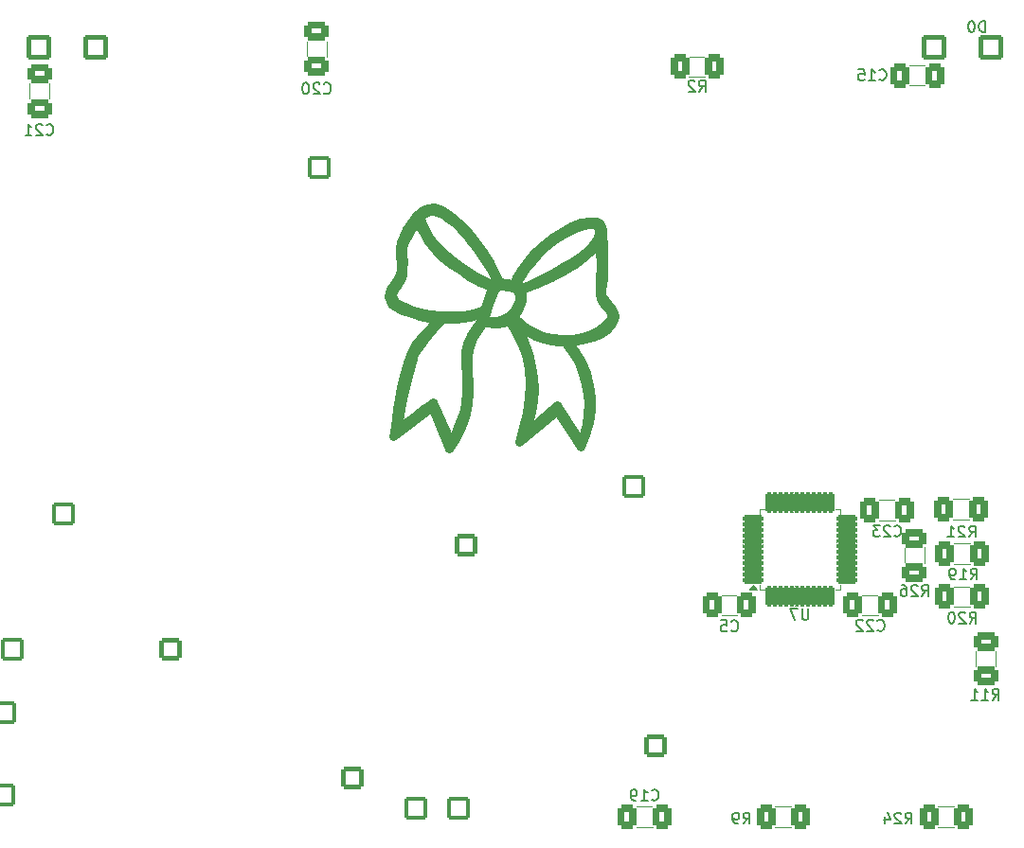
<source format=gbo>
G04 #@! TF.GenerationSoftware,KiCad,Pcbnew,8.0.6*
G04 #@! TF.CreationDate,2025-01-29T21:13:59-08:00*
G04 #@! TF.ProjectId,rezq_rev2,72657a71-5f72-4657-9632-2e6b69636164,rev?*
G04 #@! TF.SameCoordinates,Original*
G04 #@! TF.FileFunction,Legend,Bot*
G04 #@! TF.FilePolarity,Positive*
%FSLAX46Y46*%
G04 Gerber Fmt 4.6, Leading zero omitted, Abs format (unit mm)*
G04 Created by KiCad (PCBNEW 8.0.6) date 2025-01-29 21:13:59*
%MOMM*%
%LPD*%
G01*
G04 APERTURE LIST*
G04 Aperture macros list*
%AMRoundRect*
0 Rectangle with rounded corners*
0 $1 Rounding radius*
0 $2 $3 $4 $5 $6 $7 $8 $9 X,Y pos of 4 corners*
0 Add a 4 corners polygon primitive as box body*
4,1,4,$2,$3,$4,$5,$6,$7,$8,$9,$2,$3,0*
0 Add four circle primitives for the rounded corners*
1,1,$1+$1,$2,$3*
1,1,$1+$1,$4,$5*
1,1,$1+$1,$6,$7*
1,1,$1+$1,$8,$9*
0 Add four rect primitives between the rounded corners*
20,1,$1+$1,$2,$3,$4,$5,0*
20,1,$1+$1,$4,$5,$6,$7,0*
20,1,$1+$1,$6,$7,$8,$9,0*
20,1,$1+$1,$8,$9,$2,$3,0*%
G04 Aperture macros list end*
%ADD10C,0.800000*%
%ADD11C,0.150000*%
%ADD12C,0.120000*%
%ADD13RoundRect,0.200000X-0.850000X-0.850000X0.850000X-0.850000X0.850000X0.850000X-0.850000X0.850000X0*%
%ADD14C,2.600000*%
%ADD15C,2.584400*%
%ADD16C,3.400000*%
%ADD17RoundRect,0.200000X0.850000X0.850000X-0.850000X0.850000X-0.850000X-0.850000X0.850000X-0.850000X0*%
%ADD18O,2.100000X2.100000*%
%ADD19RoundRect,0.200000X1.272792X0.000000X0.000000X1.272792X-1.272792X0.000000X0.000000X-1.272792X0*%
%ADD20C,2.200000*%
%ADD21RoundRect,0.200000X0.000000X1.272792X-1.272792X0.000000X0.000000X-1.272792X1.272792X0.000000X0*%
%ADD22RoundRect,0.200000X0.900000X0.900000X-0.900000X0.900000X-0.900000X-0.900000X0.900000X-0.900000X0*%
%ADD23RoundRect,0.200000X-0.800000X0.800000X-0.800000X-0.800000X0.800000X-0.800000X0.800000X0.800000X0*%
%ADD24C,2.000000*%
%ADD25RoundRect,0.200000X0.800000X-0.800000X0.800000X0.800000X-0.800000X0.800000X-0.800000X-0.800000X0*%
%ADD26O,2.000000X2.000000*%
%ADD27RoundRect,0.325471X-0.774529X0.537029X-0.774529X-0.537029X0.774529X-0.537029X0.774529X0.537029X0*%
%ADD28RoundRect,0.326924X0.523076X0.748076X-0.523076X0.748076X-0.523076X-0.748076X0.523076X-0.748076X0*%
%ADD29RoundRect,0.326924X-0.523076X-0.748076X0.523076X-0.748076X0.523076X0.748076X-0.523076X0.748076X0*%
%ADD30RoundRect,0.175000X-0.762500X-0.175000X0.762500X-0.175000X0.762500X0.175000X-0.762500X0.175000X0*%
%ADD31RoundRect,0.175000X-0.175000X-0.762500X0.175000X-0.762500X0.175000X0.762500X-0.175000X0.762500X0*%
%ADD32RoundRect,0.325471X-0.537029X-0.774529X0.537029X-0.774529X0.537029X0.774529X-0.537029X0.774529X0*%
%ADD33RoundRect,0.326924X0.748076X-0.523076X0.748076X0.523076X-0.748076X0.523076X-0.748076X-0.523076X0*%
%ADD34RoundRect,0.325471X0.537029X0.774529X-0.537029X0.774529X-0.537029X-0.774529X0.537029X-0.774529X0*%
%ADD35RoundRect,0.326924X-0.748076X0.523076X-0.748076X-0.523076X0.748076X-0.523076X0.748076X0.523076X0*%
G04 APERTURE END LIST*
D10*
X198056306Y-142556293D02*
X198083946Y-142344155D01*
X198176319Y-142699308D02*
X198056306Y-142556293D01*
X198425334Y-142789708D02*
X198176319Y-142699308D01*
X198715357Y-142839808D02*
X198425334Y-142789708D01*
X199044088Y-142829966D02*
X198715357Y-142839808D01*
X199439083Y-142730160D02*
X199044088Y-142829966D01*
X199879881Y-142536144D02*
X199439083Y-142730160D01*
X200305158Y-142265600D02*
X199879881Y-142536144D01*
X200652385Y-141936922D02*
X200305158Y-142265600D01*
X200884916Y-141571217D02*
X200652385Y-141936922D01*
X201026759Y-141195959D02*
X200884916Y-141571217D01*
X201110208Y-140839453D02*
X201026759Y-141195959D01*
X201136657Y-140523913D02*
X201110208Y-140839453D01*
X201055033Y-140261149D02*
X201136657Y-140523913D01*
X200848175Y-140049563D02*
X201055033Y-140261149D01*
X200597589Y-139856201D02*
X200848175Y-140049563D01*
X200055997Y-139730531D02*
X200597589Y-139856201D01*
X199602134Y-139667167D02*
X200055997Y-139730531D01*
X199306826Y-139704652D02*
X199602134Y-139667167D01*
X199103795Y-139827116D02*
X199306826Y-139704652D01*
X198967990Y-140007751D02*
X199103795Y-139827116D01*
X198378627Y-141565354D02*
X198967990Y-140007751D01*
X198228427Y-141937193D02*
X198378627Y-141565354D01*
X198083946Y-142344155D02*
X198228427Y-141937193D01*
X204639486Y-144641534D02*
X205173224Y-144640436D01*
X204010952Y-144566486D02*
X204639486Y-144641534D01*
X203298070Y-144396235D02*
X204010952Y-144566486D01*
X202600105Y-144159082D02*
X203298070Y-144396235D01*
X201938459Y-143850446D02*
X202600105Y-144159082D01*
X201318876Y-143427115D02*
X201938459Y-143850446D01*
X200725603Y-142918776D02*
X201318876Y-143427115D01*
X201076677Y-143488536D02*
X200725603Y-142918776D01*
X201327393Y-144020067D02*
X201076677Y-143488536D01*
X201544521Y-144583709D02*
X201327393Y-144020067D01*
X201840522Y-145279550D02*
X201544521Y-144583709D01*
X202089259Y-146051083D02*
X201840522Y-145279550D01*
X202241829Y-146845738D02*
X202089259Y-146051083D01*
X202390445Y-147857646D02*
X202241829Y-146845738D01*
X202450302Y-148896072D02*
X202390445Y-147857646D01*
X202374810Y-149955879D02*
X202450302Y-148896072D01*
X202240399Y-150933540D02*
X202374810Y-149955879D01*
X202005969Y-151879284D02*
X202240399Y-150933540D01*
X201663961Y-152851011D02*
X202005969Y-151879284D01*
X204525819Y-150350270D02*
X201663961Y-152851011D01*
X206629331Y-153677996D02*
X204525819Y-150350270D01*
X206926425Y-152937741D02*
X206629331Y-153677996D01*
X207131246Y-152067013D02*
X206926425Y-152937741D01*
X207248592Y-151137205D02*
X207131246Y-152067013D01*
X207283382Y-150205137D02*
X207248592Y-151137205D01*
X207224093Y-149374000D02*
X207283382Y-150205137D01*
X207084392Y-148485108D02*
X207224093Y-149374000D01*
X206841716Y-147541882D02*
X207084392Y-148485108D01*
X206432156Y-146575883D02*
X206841716Y-147541882D01*
X205848195Y-145608179D02*
X206432156Y-146575883D01*
X205173224Y-144640436D02*
X205848195Y-145608179D01*
X201159541Y-153633963D02*
X204522198Y-150842739D01*
X201489741Y-152312386D02*
X201159541Y-153633963D01*
X201777443Y-150993568D02*
X201489741Y-152312386D01*
X201980152Y-149680267D02*
X201777443Y-150993568D01*
X202057223Y-148377325D02*
X201980152Y-149680267D01*
X201983609Y-147087675D02*
X202057223Y-148377325D01*
X201744090Y-145874315D02*
X201983609Y-147087675D01*
X201331069Y-144771384D02*
X201744090Y-145874315D01*
X200784310Y-143761671D02*
X201331069Y-144771384D01*
X200170524Y-142798735D02*
X200784310Y-143761671D01*
X199666793Y-142973639D02*
X200170524Y-142798735D01*
X199173195Y-143077790D02*
X199666793Y-142973639D01*
X198769436Y-143061051D02*
X199173195Y-143077790D01*
X198378755Y-142952982D02*
X198769436Y-143061051D01*
X197994687Y-142798735D02*
X198378755Y-142952982D01*
X197464449Y-143539371D02*
X197994687Y-142798735D01*
X197009376Y-144309048D02*
X197464449Y-143539371D01*
X196699216Y-145130397D02*
X197009376Y-144309048D01*
X196546064Y-145957810D02*
X196699216Y-145130397D01*
X196525667Y-146711336D02*
X196546064Y-145957810D01*
X196584070Y-147441168D02*
X196525667Y-146711336D01*
X196641269Y-148260050D02*
X196584070Y-147441168D01*
X196652795Y-149202626D02*
X196641269Y-148260050D01*
X196590046Y-150166691D02*
X196652795Y-149202626D01*
X196429637Y-151067222D02*
X196590046Y-150166691D01*
X196168379Y-151902639D02*
X196429637Y-151067222D01*
X195809109Y-152693239D02*
X196168379Y-151902639D01*
X195372090Y-153456191D02*
X195809109Y-152693239D01*
X194895769Y-154205394D02*
X195372090Y-153456191D01*
X193335319Y-150513065D02*
X194895769Y-154205394D01*
X189906728Y-153128465D02*
X193335319Y-150513065D01*
X189964240Y-152684183D02*
X189906728Y-153128465D01*
X190031996Y-152175226D02*
X189964240Y-152684183D01*
X190120239Y-151536921D02*
X190031996Y-152175226D01*
X190237964Y-150721265D02*
X190120239Y-151536921D01*
X190387561Y-149768562D02*
X190237964Y-150721265D01*
X190569241Y-148748230D02*
X190387561Y-149768562D01*
X190783213Y-147729711D02*
X190569241Y-148748230D01*
X191102575Y-146545592D02*
X190783213Y-147729711D01*
X191474858Y-145603084D02*
X191102575Y-146545592D01*
X191898959Y-144880607D02*
X191474858Y-145603084D01*
X192373062Y-144280417D02*
X191898959Y-144880607D01*
X192894087Y-143712140D02*
X192373062Y-144280417D01*
X193449349Y-143146378D02*
X192894087Y-143712140D01*
X194021741Y-142581798D02*
X193449349Y-143146378D01*
X193551417Y-142604324D02*
X194021741Y-142581798D01*
X192979075Y-142549362D02*
X193551417Y-142604324D01*
X192254234Y-142372184D02*
X192979075Y-142549362D01*
X191595542Y-142162896D02*
X192254234Y-142372184D01*
X190966795Y-141938389D02*
X191595542Y-142162896D01*
X190504426Y-141757119D02*
X190966795Y-141938389D01*
X190121839Y-141567258D02*
X190504426Y-141757119D01*
X189823376Y-141340402D02*
X190121839Y-141567258D01*
X189583775Y-140992333D02*
X189823376Y-141340402D01*
X189484000Y-140589000D02*
X189583775Y-140992333D01*
X189532160Y-140179700D02*
X189484000Y-140589000D01*
X189695389Y-139817356D02*
X189532160Y-140179700D01*
X189923306Y-139537226D02*
X189695389Y-139817356D01*
X190164038Y-139241523D02*
X189923306Y-139537226D01*
X190369071Y-138816224D02*
X190164038Y-139241523D01*
X190508801Y-138338474D02*
X190369071Y-138816224D01*
X190561093Y-137934875D02*
X190508801Y-138338474D01*
X190538749Y-137588028D02*
X190561093Y-137934875D01*
X190485781Y-137166024D02*
X190538749Y-137588028D01*
X190445819Y-136673730D02*
X190485781Y-137166024D01*
X190461368Y-136193955D02*
X190445819Y-136673730D01*
X190555539Y-135757975D02*
X190461368Y-136193955D01*
X190760944Y-135218069D02*
X190555539Y-135757975D01*
X191056765Y-134607305D02*
X190760944Y-135218069D01*
X191448521Y-133975761D02*
X191056765Y-134607305D01*
X191941024Y-133390651D02*
X191448521Y-133975761D01*
X192505257Y-132932725D02*
X191941024Y-133390651D01*
X192994613Y-132712407D02*
X192505257Y-132932725D01*
X193481221Y-132677491D02*
X192994613Y-132712407D01*
X193980613Y-132811311D02*
X193481221Y-132677491D01*
X194514077Y-133086915D02*
X193980613Y-132811311D01*
X195182989Y-133559071D02*
X194514077Y-133086915D01*
X195869800Y-134159610D02*
X195182989Y-133559071D01*
X196543612Y-134854742D02*
X195869800Y-134159610D01*
X197177849Y-135610730D02*
X196543612Y-134854742D01*
X197898140Y-136607820D02*
X197177849Y-135610730D01*
X198486771Y-137579927D02*
X197898140Y-136607820D01*
X198941366Y-138491108D02*
X198486771Y-137579927D01*
X199325269Y-139368311D02*
X198941366Y-138491108D01*
X200599676Y-139522334D02*
X199325269Y-139368311D01*
X200890764Y-138909895D02*
X200599676Y-139522334D01*
X201263295Y-138255262D02*
X200890764Y-138909895D01*
X201782108Y-137531626D02*
X201263295Y-138255262D01*
X202441502Y-136777528D02*
X201782108Y-137531626D01*
X203216991Y-136048789D02*
X202441502Y-136777528D01*
X204074913Y-135390096D02*
X203216991Y-136048789D01*
X204962526Y-134822979D02*
X204074913Y-135390096D01*
X205824919Y-134366137D02*
X204962526Y-134822979D01*
X206627467Y-134043522D02*
X205824919Y-134366137D01*
X207372576Y-133888675D02*
X206627467Y-134043522D01*
X207759474Y-133888506D02*
X207372576Y-133888675D01*
X208099262Y-133961270D02*
X207759474Y-133888506D01*
X208357765Y-134117849D02*
X208099262Y-133961270D01*
X208509450Y-134364078D02*
X208357765Y-134117849D01*
X208578220Y-134676910D02*
X208509450Y-134364078D01*
X208605521Y-135023050D02*
X208578220Y-134676910D01*
X208649221Y-136144170D02*
X208605521Y-135023050D01*
X208677056Y-137222719D02*
X208649221Y-136144170D01*
X208673161Y-138216127D02*
X208677056Y-137222719D01*
X208633761Y-138953650D02*
X208673161Y-138216127D01*
X208555405Y-139577326D02*
X208633761Y-138953650D01*
X208488506Y-140012241D02*
X208555405Y-139577326D01*
X208468404Y-140364084D02*
X208488506Y-140012241D01*
X208538397Y-140637604D02*
X208468404Y-140364084D01*
X208714870Y-140880624D02*
X208538397Y-140637604D01*
X208959812Y-141154199D02*
X208714870Y-140880624D01*
X209301392Y-141603108D02*
X208959812Y-141154199D01*
X209576001Y-142072275D02*
X209301392Y-141603108D01*
X209678577Y-142421259D02*
X209576001Y-142072275D01*
X209609804Y-142740408D02*
X209678577Y-142421259D01*
X209365112Y-143121555D02*
X209609804Y-142740408D01*
X208968038Y-143542675D02*
X209365112Y-143121555D01*
X208415843Y-143958137D02*
X208968038Y-143542675D01*
X207771234Y-144262991D02*
X208415843Y-143958137D01*
X207063147Y-144451139D02*
X207771234Y-144262991D01*
X206312817Y-144561031D02*
X207063147Y-144451139D01*
X205541366Y-144631795D02*
X206312817Y-144561031D01*
X206149148Y-145518031D02*
X205541366Y-144631795D01*
X206691617Y-146447768D02*
X206149148Y-145518031D01*
X207109719Y-147457723D02*
X206691617Y-146447768D01*
X207392216Y-148532787D02*
X207109719Y-147457723D01*
X207550502Y-149654730D02*
X207392216Y-148532787D01*
X207564375Y-150779428D02*
X207550502Y-149654730D01*
X207398174Y-151896239D02*
X207564375Y-150779428D01*
X207059775Y-153000917D02*
X207398174Y-151896239D01*
X206631697Y-154099056D02*
X207059775Y-153000917D01*
X204522198Y-150842739D02*
X206631697Y-154099056D01*
X201871168Y-139662330D02*
X201406278Y-139799265D01*
X202398264Y-139441350D02*
X201871168Y-139662330D01*
X202941979Y-139175334D02*
X202398264Y-139441350D01*
X203953523Y-138623581D02*
X202941979Y-139175334D01*
X205031264Y-138002092D02*
X203953523Y-138623581D01*
X205932238Y-137460287D02*
X205031264Y-138002092D01*
X206773769Y-136886883D02*
X205932238Y-137460287D01*
X207370535Y-136384002D02*
X206773769Y-136886883D01*
X207830126Y-135862329D02*
X207370535Y-136384002D01*
X208129760Y-135319821D02*
X207830126Y-135862329D01*
X208227752Y-134845823D02*
X208129760Y-135319821D01*
X208133957Y-134429986D02*
X208227752Y-134845823D01*
X208021508Y-134274629D02*
X208133957Y-134429986D01*
X207873696Y-134175300D02*
X208021508Y-134274629D01*
X207695533Y-134134100D02*
X207873696Y-134175300D01*
X207490589Y-134137679D02*
X207695533Y-134134100D01*
X206846127Y-134272415D02*
X207490589Y-134137679D01*
X206095818Y-134535278D02*
X206846127Y-134272415D01*
X205288848Y-134912821D02*
X206095818Y-134535278D01*
X204456203Y-135427357D02*
X205288848Y-134912821D01*
X203753295Y-135984931D02*
X204456203Y-135427357D01*
X203108492Y-136584265D02*
X203753295Y-135984931D01*
X202591632Y-137117013D02*
X203108492Y-136584265D01*
X202222170Y-137536640D02*
X202591632Y-137117013D01*
X201848264Y-138007311D02*
X202222170Y-137536640D01*
X201392193Y-138623730D02*
X201848264Y-138007311D01*
X201048820Y-139168969D02*
X201392193Y-138623730D01*
X200932876Y-139424744D02*
X201048820Y-139168969D01*
X200898728Y-139666631D02*
X200932876Y-139424744D01*
X200938756Y-139751267D02*
X200898728Y-139666631D01*
X201021345Y-139802976D02*
X200938756Y-139751267D01*
X201188488Y-139824700D02*
X201021345Y-139802976D01*
X201406278Y-139799265D02*
X201188488Y-139824700D01*
X198075067Y-139257509D02*
X198590074Y-139522334D01*
X197424634Y-138904996D02*
X198075067Y-139257509D01*
X196702631Y-138484214D02*
X197424634Y-138904996D01*
X195968442Y-138013306D02*
X196702631Y-138484214D01*
X195255479Y-137502986D02*
X195968442Y-138013306D01*
X194338793Y-136737631D02*
X195255479Y-137502986D01*
X193572304Y-135932842D02*
X194338793Y-136737631D01*
X193170777Y-135410302D02*
X193572304Y-135932842D01*
X192831795Y-134886484D02*
X193170777Y-135410302D01*
X192553459Y-134368572D02*
X192831795Y-134886484D01*
X192372070Y-133890843D02*
X192553459Y-134368572D01*
X192339073Y-133673214D02*
X192372070Y-133890843D01*
X192363885Y-133492201D02*
X192339073Y-133673214D01*
X192450905Y-133352163D02*
X192363885Y-133492201D01*
X192587609Y-133245351D02*
X192450905Y-133352163D01*
X192950040Y-133094119D02*
X192587609Y-133245351D01*
X193377856Y-133025337D02*
X192950040Y-133094119D01*
X193797452Y-133084506D02*
X193377856Y-133025337D01*
X194242375Y-133273752D02*
X193797452Y-133084506D01*
X194681402Y-133543066D02*
X194242375Y-133273752D01*
X195180074Y-133911124D02*
X194681402Y-133543066D01*
X195599811Y-134269102D02*
X195180074Y-133911124D01*
X196001187Y-134678137D02*
X195599811Y-134269102D01*
X196387538Y-135130362D02*
X196001187Y-134678137D01*
X196814252Y-135673994D02*
X196387538Y-135130362D01*
X197290881Y-136313350D02*
X196814252Y-135673994D01*
X197816644Y-137043291D02*
X197290881Y-136313350D01*
X198333059Y-137805857D02*
X197816644Y-137043291D01*
X198761623Y-138524765D02*
X198333059Y-137805857D01*
X198917094Y-138840991D02*
X198761623Y-138524765D01*
X199022276Y-139118570D02*
X198917094Y-138840991D01*
X199071357Y-139372000D02*
X199022276Y-139118570D01*
X199038068Y-139585271D02*
X199071357Y-139372000D01*
X198983681Y-139639531D02*
X199038068Y-139585271D01*
X198907155Y-139650009D02*
X198983681Y-139639531D01*
X198769822Y-139608465D02*
X198907155Y-139650009D01*
X198590074Y-139522334D02*
X198769822Y-139608465D01*
X200951837Y-141934807D02*
X200589310Y-142448098D01*
X201231973Y-141415356D02*
X200951837Y-141934807D01*
X201346541Y-140965405D02*
X201231973Y-141415356D01*
X201351455Y-140507255D02*
X201346541Y-140965405D01*
X201300702Y-140044942D02*
X201351455Y-140507255D01*
X208368737Y-138701596D02*
X208382408Y-138376379D01*
X208336959Y-139157440D02*
X208368737Y-138701596D01*
X208296996Y-139779228D02*
X208336959Y-139157440D01*
X208309946Y-140428236D02*
X208296996Y-139779228D01*
X208393739Y-140836892D02*
X208309946Y-140428236D01*
X208552976Y-141141513D02*
X208393739Y-140836892D01*
X208757116Y-141381404D02*
X208552976Y-141141513D01*
X209026095Y-141665810D02*
X208757116Y-141381404D01*
X209243029Y-141960685D02*
X209026095Y-141665810D01*
X209351542Y-142258085D02*
X209243029Y-141960685D01*
X209369361Y-142457297D02*
X209351542Y-142258085D01*
X209334606Y-142610658D02*
X209369361Y-142457297D01*
X209175386Y-142831261D02*
X209334606Y-142610658D01*
X208872560Y-143140892D02*
X209175386Y-142831261D01*
X208287361Y-143603073D02*
X208872560Y-143140892D01*
X207548772Y-144007739D02*
X208287361Y-143603073D01*
X206713060Y-144272876D02*
X207548772Y-144007739D01*
X205830981Y-144406080D02*
X206713060Y-144272876D01*
X204952587Y-144426379D02*
X205830981Y-144406080D01*
X204127749Y-144352754D02*
X204952587Y-144426379D01*
X203248111Y-144159152D02*
X204127749Y-144352754D01*
X202476496Y-143857381D02*
X203248111Y-144159152D01*
X201794108Y-143453722D02*
X202476496Y-143857381D01*
X201175654Y-142970885D02*
X201794108Y-143453722D01*
X200589310Y-142448098D02*
X201175654Y-142970885D01*
X208382408Y-138376379D02*
X208332699Y-135842800D01*
X202667560Y-139477698D02*
X201300702Y-140044942D01*
X203967435Y-138901007D02*
X202667560Y-139477698D01*
X205133708Y-138305470D02*
X203967435Y-138901007D01*
X206091041Y-137714605D02*
X205133708Y-138305470D01*
X206919440Y-137104061D02*
X206091041Y-137714605D01*
X207651151Y-136477635D02*
X206919440Y-137104061D01*
X208332699Y-135842800D02*
X207651151Y-136477635D01*
X192160779Y-134106001D02*
X192049850Y-133785541D01*
X192342333Y-134517602D02*
X192160779Y-134106001D01*
X192633062Y-135058889D02*
X192342333Y-134517602D01*
X193003278Y-135656508D02*
X192633062Y-135058889D01*
X193414565Y-136222808D02*
X193003278Y-135656508D01*
X193837634Y-136697065D02*
X193414565Y-136222808D01*
X194269495Y-137096172D02*
X193837634Y-136697065D01*
X195063436Y-137712221D02*
X194269495Y-137096172D01*
X195853736Y-138275293D02*
X195063436Y-137712221D01*
X196642401Y-138809581D02*
X195853736Y-138275293D01*
X197591635Y-139314098D02*
X196642401Y-138809581D01*
X198681945Y-139799265D02*
X197591635Y-139314098D01*
X197815913Y-141852975D02*
X198095901Y-141633051D01*
X197296702Y-142060716D02*
X197815913Y-141852975D01*
X196616524Y-142225613D02*
X197296702Y-142060716D01*
X196018753Y-142309077D02*
X196616524Y-142225613D01*
X195516308Y-142321970D02*
X196018753Y-142309077D01*
X194919842Y-142317161D02*
X195516308Y-142321970D01*
X194215001Y-142300170D02*
X194919842Y-142317161D01*
X193091165Y-142205107D02*
X194215001Y-142300170D01*
X191999480Y-141977035D02*
X193091165Y-142205107D01*
X191406859Y-141780977D02*
X191999480Y-141977035D01*
X190862576Y-141558310D02*
X191406859Y-141780977D01*
X190467104Y-141368445D02*
X190862576Y-141558310D01*
X190150612Y-141178643D02*
X190467104Y-141368445D01*
X189918685Y-140961424D02*
X190150612Y-141178643D01*
X189767522Y-140647523D02*
X189918685Y-140961424D01*
X189792997Y-140323627D02*
X189767522Y-140647523D01*
X189960245Y-140017437D02*
X189792997Y-140323627D01*
X190180980Y-139716211D02*
X189960245Y-140017437D01*
X190473638Y-139248828D02*
X190180980Y-139716211D01*
X190679907Y-138712307D02*
X190473638Y-139248828D01*
X190754443Y-138143863D02*
X190679907Y-138712307D01*
X190760295Y-137557389D02*
X190754443Y-138143863D01*
X190749739Y-136921325D02*
X190760295Y-137557389D01*
X190748309Y-136360132D02*
X190749739Y-136921325D01*
X190830354Y-135849773D02*
X190748309Y-136360132D01*
X191098716Y-135248749D02*
X190830354Y-135849773D01*
X191532753Y-134543356D02*
X191098716Y-135248749D01*
X192049850Y-133785541D02*
X191532753Y-134543356D01*
X198095901Y-141633051D02*
X198681945Y-139799265D01*
X194970301Y-142645251D02*
X194322238Y-142617894D01*
X195569821Y-142643763D02*
X194970301Y-142645251D01*
X196089985Y-142591074D02*
X195569821Y-142643763D01*
X196724082Y-142465319D02*
X196089985Y-142591074D01*
X197332473Y-142295880D02*
X196724082Y-142465319D01*
X197816776Y-142095963D02*
X197332473Y-142295880D01*
X190312234Y-152124398D02*
X190265309Y-152470197D01*
X190369851Y-151737941D02*
X190312234Y-152124398D01*
X190448851Y-151270167D02*
X190369851Y-151737941D01*
X190559828Y-150680853D02*
X190448851Y-151270167D01*
X190750609Y-149750990D02*
X190559828Y-150680853D01*
X190978082Y-148715668D02*
X190750609Y-149750990D01*
X191220149Y-147686446D02*
X190978082Y-148715668D01*
X191454716Y-146774883D02*
X191220149Y-147686446D01*
X191622121Y-146205308D02*
X191454716Y-146774883D01*
X191768712Y-145808616D02*
X191622121Y-146205308D01*
X191923943Y-145508361D02*
X191768712Y-145808616D01*
X192123759Y-145206826D02*
X191923943Y-145508361D01*
X192393224Y-144830065D02*
X192123759Y-145206826D01*
X192806943Y-144276957D02*
X192393224Y-144830065D01*
X193244763Y-143725179D02*
X192806943Y-144276957D01*
X193648602Y-143262703D02*
X193244763Y-143725179D01*
X193999311Y-142911459D02*
X193648602Y-143262703D01*
X194322238Y-142617894D02*
X193999311Y-142911459D01*
X193258261Y-150222569D02*
X193409182Y-150123912D01*
X193007972Y-150399861D02*
X193258261Y-150222569D01*
X192611542Y-150692804D02*
X193007972Y-150399861D01*
X192120697Y-151061408D02*
X192611542Y-150692804D01*
X191547812Y-151494936D02*
X192120697Y-151061408D01*
X190920234Y-151971746D02*
X191547812Y-151494936D01*
X190265309Y-152470197D02*
X190920234Y-151971746D01*
X193409182Y-150123912D02*
X195019654Y-153613017D01*
X197279131Y-143341827D02*
X197822609Y-142617894D01*
X196809607Y-144069524D02*
X197279131Y-143341827D01*
X196487466Y-144804552D02*
X196809607Y-144069524D01*
X196338635Y-145532747D02*
X196487466Y-144804552D01*
X196304535Y-146208401D02*
X196338635Y-145532747D01*
X196323808Y-146817577D02*
X196304535Y-146208401D01*
X196356914Y-147475137D02*
X196323808Y-146817577D01*
X196375541Y-148366666D02*
X196356914Y-147475137D01*
X196363692Y-149281371D02*
X196375541Y-148366666D01*
X196311990Y-150046416D02*
X196363692Y-149281371D01*
X196185186Y-150730759D02*
X196311990Y-150046416D01*
X195950726Y-151481621D02*
X196185186Y-150730759D01*
X195648904Y-152252437D02*
X195950726Y-151481621D01*
X195334043Y-152957746D02*
X195648904Y-152252437D01*
X195019654Y-153613017D02*
X195334043Y-152957746D01*
X197822609Y-142617894D02*
X197816776Y-142095963D01*
D11*
X242791694Y-116984019D02*
X242791694Y-115984019D01*
X242791694Y-115984019D02*
X242553599Y-115984019D01*
X242553599Y-115984019D02*
X242410742Y-116031638D01*
X242410742Y-116031638D02*
X242315504Y-116126876D01*
X242315504Y-116126876D02*
X242267885Y-116222114D01*
X242267885Y-116222114D02*
X242220266Y-116412590D01*
X242220266Y-116412590D02*
X242220266Y-116555447D01*
X242220266Y-116555447D02*
X242267885Y-116745923D01*
X242267885Y-116745923D02*
X242315504Y-116841161D01*
X242315504Y-116841161D02*
X242410742Y-116936400D01*
X242410742Y-116936400D02*
X242553599Y-116984019D01*
X242553599Y-116984019D02*
X242791694Y-116984019D01*
X241601218Y-115984019D02*
X241505980Y-115984019D01*
X241505980Y-115984019D02*
X241410742Y-116031638D01*
X241410742Y-116031638D02*
X241363123Y-116079257D01*
X241363123Y-116079257D02*
X241315504Y-116174495D01*
X241315504Y-116174495D02*
X241267885Y-116364971D01*
X241267885Y-116364971D02*
X241267885Y-116603066D01*
X241267885Y-116603066D02*
X241315504Y-116793542D01*
X241315504Y-116793542D02*
X241363123Y-116888780D01*
X241363123Y-116888780D02*
X241410742Y-116936400D01*
X241410742Y-116936400D02*
X241505980Y-116984019D01*
X241505980Y-116984019D02*
X241601218Y-116984019D01*
X241601218Y-116984019D02*
X241696456Y-116936400D01*
X241696456Y-116936400D02*
X241744075Y-116888780D01*
X241744075Y-116888780D02*
X241791694Y-116793542D01*
X241791694Y-116793542D02*
X241839313Y-116603066D01*
X241839313Y-116603066D02*
X241839313Y-116364971D01*
X241839313Y-116364971D02*
X241791694Y-116174495D01*
X241791694Y-116174495D02*
X241744075Y-116079257D01*
X241744075Y-116079257D02*
X241696456Y-116031638D01*
X241696456Y-116031638D02*
X241601218Y-115984019D01*
X158892857Y-126109580D02*
X158940476Y-126157200D01*
X158940476Y-126157200D02*
X159083333Y-126204819D01*
X159083333Y-126204819D02*
X159178571Y-126204819D01*
X159178571Y-126204819D02*
X159321428Y-126157200D01*
X159321428Y-126157200D02*
X159416666Y-126061961D01*
X159416666Y-126061961D02*
X159464285Y-125966723D01*
X159464285Y-125966723D02*
X159511904Y-125776247D01*
X159511904Y-125776247D02*
X159511904Y-125633390D01*
X159511904Y-125633390D02*
X159464285Y-125442914D01*
X159464285Y-125442914D02*
X159416666Y-125347676D01*
X159416666Y-125347676D02*
X159321428Y-125252438D01*
X159321428Y-125252438D02*
X159178571Y-125204819D01*
X159178571Y-125204819D02*
X159083333Y-125204819D01*
X159083333Y-125204819D02*
X158940476Y-125252438D01*
X158940476Y-125252438D02*
X158892857Y-125300057D01*
X158511904Y-125300057D02*
X158464285Y-125252438D01*
X158464285Y-125252438D02*
X158369047Y-125204819D01*
X158369047Y-125204819D02*
X158130952Y-125204819D01*
X158130952Y-125204819D02*
X158035714Y-125252438D01*
X158035714Y-125252438D02*
X157988095Y-125300057D01*
X157988095Y-125300057D02*
X157940476Y-125395295D01*
X157940476Y-125395295D02*
X157940476Y-125490533D01*
X157940476Y-125490533D02*
X157988095Y-125633390D01*
X157988095Y-125633390D02*
X158559523Y-126204819D01*
X158559523Y-126204819D02*
X157940476Y-126204819D01*
X156988095Y-126204819D02*
X157559523Y-126204819D01*
X157273809Y-126204819D02*
X157273809Y-125204819D01*
X157273809Y-125204819D02*
X157369047Y-125347676D01*
X157369047Y-125347676D02*
X157464285Y-125442914D01*
X157464285Y-125442914D02*
X157559523Y-125490533D01*
X241485657Y-165955619D02*
X241818990Y-165479428D01*
X242057085Y-165955619D02*
X242057085Y-164955619D01*
X242057085Y-164955619D02*
X241676133Y-164955619D01*
X241676133Y-164955619D02*
X241580895Y-165003238D01*
X241580895Y-165003238D02*
X241533276Y-165050857D01*
X241533276Y-165050857D02*
X241485657Y-165146095D01*
X241485657Y-165146095D02*
X241485657Y-165288952D01*
X241485657Y-165288952D02*
X241533276Y-165384190D01*
X241533276Y-165384190D02*
X241580895Y-165431809D01*
X241580895Y-165431809D02*
X241676133Y-165479428D01*
X241676133Y-165479428D02*
X242057085Y-165479428D01*
X240533276Y-165955619D02*
X241104704Y-165955619D01*
X240818990Y-165955619D02*
X240818990Y-164955619D01*
X240818990Y-164955619D02*
X240914228Y-165098476D01*
X240914228Y-165098476D02*
X241009466Y-165193714D01*
X241009466Y-165193714D02*
X241104704Y-165241333D01*
X240057085Y-165955619D02*
X239866609Y-165955619D01*
X239866609Y-165955619D02*
X239771371Y-165908000D01*
X239771371Y-165908000D02*
X239723752Y-165860380D01*
X239723752Y-165860380D02*
X239628514Y-165717523D01*
X239628514Y-165717523D02*
X239580895Y-165527047D01*
X239580895Y-165527047D02*
X239580895Y-165146095D01*
X239580895Y-165146095D02*
X239628514Y-165050857D01*
X239628514Y-165050857D02*
X239676133Y-165003238D01*
X239676133Y-165003238D02*
X239771371Y-164955619D01*
X239771371Y-164955619D02*
X239961847Y-164955619D01*
X239961847Y-164955619D02*
X240057085Y-165003238D01*
X240057085Y-165003238D02*
X240104704Y-165050857D01*
X240104704Y-165050857D02*
X240152323Y-165146095D01*
X240152323Y-165146095D02*
X240152323Y-165384190D01*
X240152323Y-165384190D02*
X240104704Y-165479428D01*
X240104704Y-165479428D02*
X240057085Y-165527047D01*
X240057085Y-165527047D02*
X239961847Y-165574666D01*
X239961847Y-165574666D02*
X239771371Y-165574666D01*
X239771371Y-165574666D02*
X239676133Y-165527047D01*
X239676133Y-165527047D02*
X239628514Y-165479428D01*
X239628514Y-165479428D02*
X239580895Y-165384190D01*
X241393057Y-169867219D02*
X241726390Y-169391028D01*
X241964485Y-169867219D02*
X241964485Y-168867219D01*
X241964485Y-168867219D02*
X241583533Y-168867219D01*
X241583533Y-168867219D02*
X241488295Y-168914838D01*
X241488295Y-168914838D02*
X241440676Y-168962457D01*
X241440676Y-168962457D02*
X241393057Y-169057695D01*
X241393057Y-169057695D02*
X241393057Y-169200552D01*
X241393057Y-169200552D02*
X241440676Y-169295790D01*
X241440676Y-169295790D02*
X241488295Y-169343409D01*
X241488295Y-169343409D02*
X241583533Y-169391028D01*
X241583533Y-169391028D02*
X241964485Y-169391028D01*
X241012104Y-168962457D02*
X240964485Y-168914838D01*
X240964485Y-168914838D02*
X240869247Y-168867219D01*
X240869247Y-168867219D02*
X240631152Y-168867219D01*
X240631152Y-168867219D02*
X240535914Y-168914838D01*
X240535914Y-168914838D02*
X240488295Y-168962457D01*
X240488295Y-168962457D02*
X240440676Y-169057695D01*
X240440676Y-169057695D02*
X240440676Y-169152933D01*
X240440676Y-169152933D02*
X240488295Y-169295790D01*
X240488295Y-169295790D02*
X241059723Y-169867219D01*
X241059723Y-169867219D02*
X240440676Y-169867219D01*
X239821628Y-168867219D02*
X239726390Y-168867219D01*
X239726390Y-168867219D02*
X239631152Y-168914838D01*
X239631152Y-168914838D02*
X239583533Y-168962457D01*
X239583533Y-168962457D02*
X239535914Y-169057695D01*
X239535914Y-169057695D02*
X239488295Y-169248171D01*
X239488295Y-169248171D02*
X239488295Y-169486266D01*
X239488295Y-169486266D02*
X239535914Y-169676742D01*
X239535914Y-169676742D02*
X239583533Y-169771980D01*
X239583533Y-169771980D02*
X239631152Y-169819600D01*
X239631152Y-169819600D02*
X239726390Y-169867219D01*
X239726390Y-169867219D02*
X239821628Y-169867219D01*
X239821628Y-169867219D02*
X239916866Y-169819600D01*
X239916866Y-169819600D02*
X239964485Y-169771980D01*
X239964485Y-169771980D02*
X240012104Y-169676742D01*
X240012104Y-169676742D02*
X240059723Y-169486266D01*
X240059723Y-169486266D02*
X240059723Y-169248171D01*
X240059723Y-169248171D02*
X240012104Y-169057695D01*
X240012104Y-169057695D02*
X239964485Y-168962457D01*
X239964485Y-168962457D02*
X239916866Y-168914838D01*
X239916866Y-168914838D02*
X239821628Y-168867219D01*
X221166666Y-187804819D02*
X221499999Y-187328628D01*
X221738094Y-187804819D02*
X221738094Y-186804819D01*
X221738094Y-186804819D02*
X221357142Y-186804819D01*
X221357142Y-186804819D02*
X221261904Y-186852438D01*
X221261904Y-186852438D02*
X221214285Y-186900057D01*
X221214285Y-186900057D02*
X221166666Y-186995295D01*
X221166666Y-186995295D02*
X221166666Y-187138152D01*
X221166666Y-187138152D02*
X221214285Y-187233390D01*
X221214285Y-187233390D02*
X221261904Y-187281009D01*
X221261904Y-187281009D02*
X221357142Y-187328628D01*
X221357142Y-187328628D02*
X221738094Y-187328628D01*
X220690475Y-187804819D02*
X220499999Y-187804819D01*
X220499999Y-187804819D02*
X220404761Y-187757200D01*
X220404761Y-187757200D02*
X220357142Y-187709580D01*
X220357142Y-187709580D02*
X220261904Y-187566723D01*
X220261904Y-187566723D02*
X220214285Y-187376247D01*
X220214285Y-187376247D02*
X220214285Y-186995295D01*
X220214285Y-186995295D02*
X220261904Y-186900057D01*
X220261904Y-186900057D02*
X220309523Y-186852438D01*
X220309523Y-186852438D02*
X220404761Y-186804819D01*
X220404761Y-186804819D02*
X220595237Y-186804819D01*
X220595237Y-186804819D02*
X220690475Y-186852438D01*
X220690475Y-186852438D02*
X220738094Y-186900057D01*
X220738094Y-186900057D02*
X220785713Y-186995295D01*
X220785713Y-186995295D02*
X220785713Y-187233390D01*
X220785713Y-187233390D02*
X220738094Y-187328628D01*
X220738094Y-187328628D02*
X220690475Y-187376247D01*
X220690475Y-187376247D02*
X220595237Y-187423866D01*
X220595237Y-187423866D02*
X220404761Y-187423866D01*
X220404761Y-187423866D02*
X220309523Y-187376247D01*
X220309523Y-187376247D02*
X220261904Y-187328628D01*
X220261904Y-187328628D02*
X220214285Y-187233390D01*
X226986904Y-168554819D02*
X226986904Y-169364342D01*
X226986904Y-169364342D02*
X226939285Y-169459580D01*
X226939285Y-169459580D02*
X226891666Y-169507200D01*
X226891666Y-169507200D02*
X226796428Y-169554819D01*
X226796428Y-169554819D02*
X226605952Y-169554819D01*
X226605952Y-169554819D02*
X226510714Y-169507200D01*
X226510714Y-169507200D02*
X226463095Y-169459580D01*
X226463095Y-169459580D02*
X226415476Y-169364342D01*
X226415476Y-169364342D02*
X226415476Y-168554819D01*
X226034523Y-168554819D02*
X225367857Y-168554819D01*
X225367857Y-168554819D02*
X225796428Y-169554819D01*
X235642857Y-187804819D02*
X235976190Y-187328628D01*
X236214285Y-187804819D02*
X236214285Y-186804819D01*
X236214285Y-186804819D02*
X235833333Y-186804819D01*
X235833333Y-186804819D02*
X235738095Y-186852438D01*
X235738095Y-186852438D02*
X235690476Y-186900057D01*
X235690476Y-186900057D02*
X235642857Y-186995295D01*
X235642857Y-186995295D02*
X235642857Y-187138152D01*
X235642857Y-187138152D02*
X235690476Y-187233390D01*
X235690476Y-187233390D02*
X235738095Y-187281009D01*
X235738095Y-187281009D02*
X235833333Y-187328628D01*
X235833333Y-187328628D02*
X236214285Y-187328628D01*
X235261904Y-186900057D02*
X235214285Y-186852438D01*
X235214285Y-186852438D02*
X235119047Y-186804819D01*
X235119047Y-186804819D02*
X234880952Y-186804819D01*
X234880952Y-186804819D02*
X234785714Y-186852438D01*
X234785714Y-186852438D02*
X234738095Y-186900057D01*
X234738095Y-186900057D02*
X234690476Y-186995295D01*
X234690476Y-186995295D02*
X234690476Y-187090533D01*
X234690476Y-187090533D02*
X234738095Y-187233390D01*
X234738095Y-187233390D02*
X235309523Y-187804819D01*
X235309523Y-187804819D02*
X234690476Y-187804819D01*
X233833333Y-187138152D02*
X233833333Y-187804819D01*
X234071428Y-186757200D02*
X234309523Y-187471485D01*
X234309523Y-187471485D02*
X233690476Y-187471485D01*
X233167857Y-170459580D02*
X233215476Y-170507200D01*
X233215476Y-170507200D02*
X233358333Y-170554819D01*
X233358333Y-170554819D02*
X233453571Y-170554819D01*
X233453571Y-170554819D02*
X233596428Y-170507200D01*
X233596428Y-170507200D02*
X233691666Y-170411961D01*
X233691666Y-170411961D02*
X233739285Y-170316723D01*
X233739285Y-170316723D02*
X233786904Y-170126247D01*
X233786904Y-170126247D02*
X233786904Y-169983390D01*
X233786904Y-169983390D02*
X233739285Y-169792914D01*
X233739285Y-169792914D02*
X233691666Y-169697676D01*
X233691666Y-169697676D02*
X233596428Y-169602438D01*
X233596428Y-169602438D02*
X233453571Y-169554819D01*
X233453571Y-169554819D02*
X233358333Y-169554819D01*
X233358333Y-169554819D02*
X233215476Y-169602438D01*
X233215476Y-169602438D02*
X233167857Y-169650057D01*
X232786904Y-169650057D02*
X232739285Y-169602438D01*
X232739285Y-169602438D02*
X232644047Y-169554819D01*
X232644047Y-169554819D02*
X232405952Y-169554819D01*
X232405952Y-169554819D02*
X232310714Y-169602438D01*
X232310714Y-169602438D02*
X232263095Y-169650057D01*
X232263095Y-169650057D02*
X232215476Y-169745295D01*
X232215476Y-169745295D02*
X232215476Y-169840533D01*
X232215476Y-169840533D02*
X232263095Y-169983390D01*
X232263095Y-169983390D02*
X232834523Y-170554819D01*
X232834523Y-170554819D02*
X232215476Y-170554819D01*
X231834523Y-169650057D02*
X231786904Y-169602438D01*
X231786904Y-169602438D02*
X231691666Y-169554819D01*
X231691666Y-169554819D02*
X231453571Y-169554819D01*
X231453571Y-169554819D02*
X231358333Y-169602438D01*
X231358333Y-169602438D02*
X231310714Y-169650057D01*
X231310714Y-169650057D02*
X231263095Y-169745295D01*
X231263095Y-169745295D02*
X231263095Y-169840533D01*
X231263095Y-169840533D02*
X231310714Y-169983390D01*
X231310714Y-169983390D02*
X231882142Y-170554819D01*
X231882142Y-170554819D02*
X231263095Y-170554819D01*
X243441457Y-176728619D02*
X243774790Y-176252428D01*
X244012885Y-176728619D02*
X244012885Y-175728619D01*
X244012885Y-175728619D02*
X243631933Y-175728619D01*
X243631933Y-175728619D02*
X243536695Y-175776238D01*
X243536695Y-175776238D02*
X243489076Y-175823857D01*
X243489076Y-175823857D02*
X243441457Y-175919095D01*
X243441457Y-175919095D02*
X243441457Y-176061952D01*
X243441457Y-176061952D02*
X243489076Y-176157190D01*
X243489076Y-176157190D02*
X243536695Y-176204809D01*
X243536695Y-176204809D02*
X243631933Y-176252428D01*
X243631933Y-176252428D02*
X244012885Y-176252428D01*
X242489076Y-176728619D02*
X243060504Y-176728619D01*
X242774790Y-176728619D02*
X242774790Y-175728619D01*
X242774790Y-175728619D02*
X242870028Y-175871476D01*
X242870028Y-175871476D02*
X242965266Y-175966714D01*
X242965266Y-175966714D02*
X243060504Y-176014333D01*
X241536695Y-176728619D02*
X242108123Y-176728619D01*
X241822409Y-176728619D02*
X241822409Y-175728619D01*
X241822409Y-175728619D02*
X241917647Y-175871476D01*
X241917647Y-175871476D02*
X242012885Y-175966714D01*
X242012885Y-175966714D02*
X242108123Y-176014333D01*
X241342257Y-162145619D02*
X241675590Y-161669428D01*
X241913685Y-162145619D02*
X241913685Y-161145619D01*
X241913685Y-161145619D02*
X241532733Y-161145619D01*
X241532733Y-161145619D02*
X241437495Y-161193238D01*
X241437495Y-161193238D02*
X241389876Y-161240857D01*
X241389876Y-161240857D02*
X241342257Y-161336095D01*
X241342257Y-161336095D02*
X241342257Y-161478952D01*
X241342257Y-161478952D02*
X241389876Y-161574190D01*
X241389876Y-161574190D02*
X241437495Y-161621809D01*
X241437495Y-161621809D02*
X241532733Y-161669428D01*
X241532733Y-161669428D02*
X241913685Y-161669428D01*
X240961304Y-161240857D02*
X240913685Y-161193238D01*
X240913685Y-161193238D02*
X240818447Y-161145619D01*
X240818447Y-161145619D02*
X240580352Y-161145619D01*
X240580352Y-161145619D02*
X240485114Y-161193238D01*
X240485114Y-161193238D02*
X240437495Y-161240857D01*
X240437495Y-161240857D02*
X240389876Y-161336095D01*
X240389876Y-161336095D02*
X240389876Y-161431333D01*
X240389876Y-161431333D02*
X240437495Y-161574190D01*
X240437495Y-161574190D02*
X241008923Y-162145619D01*
X241008923Y-162145619D02*
X240389876Y-162145619D01*
X239437495Y-162145619D02*
X240008923Y-162145619D01*
X239723209Y-162145619D02*
X239723209Y-161145619D01*
X239723209Y-161145619D02*
X239818447Y-161288476D01*
X239818447Y-161288476D02*
X239913685Y-161383714D01*
X239913685Y-161383714D02*
X240008923Y-161431333D01*
X234667857Y-162009580D02*
X234715476Y-162057200D01*
X234715476Y-162057200D02*
X234858333Y-162104819D01*
X234858333Y-162104819D02*
X234953571Y-162104819D01*
X234953571Y-162104819D02*
X235096428Y-162057200D01*
X235096428Y-162057200D02*
X235191666Y-161961961D01*
X235191666Y-161961961D02*
X235239285Y-161866723D01*
X235239285Y-161866723D02*
X235286904Y-161676247D01*
X235286904Y-161676247D02*
X235286904Y-161533390D01*
X235286904Y-161533390D02*
X235239285Y-161342914D01*
X235239285Y-161342914D02*
X235191666Y-161247676D01*
X235191666Y-161247676D02*
X235096428Y-161152438D01*
X235096428Y-161152438D02*
X234953571Y-161104819D01*
X234953571Y-161104819D02*
X234858333Y-161104819D01*
X234858333Y-161104819D02*
X234715476Y-161152438D01*
X234715476Y-161152438D02*
X234667857Y-161200057D01*
X234286904Y-161200057D02*
X234239285Y-161152438D01*
X234239285Y-161152438D02*
X234144047Y-161104819D01*
X234144047Y-161104819D02*
X233905952Y-161104819D01*
X233905952Y-161104819D02*
X233810714Y-161152438D01*
X233810714Y-161152438D02*
X233763095Y-161200057D01*
X233763095Y-161200057D02*
X233715476Y-161295295D01*
X233715476Y-161295295D02*
X233715476Y-161390533D01*
X233715476Y-161390533D02*
X233763095Y-161533390D01*
X233763095Y-161533390D02*
X234334523Y-162104819D01*
X234334523Y-162104819D02*
X233715476Y-162104819D01*
X233382142Y-161104819D02*
X232763095Y-161104819D01*
X232763095Y-161104819D02*
X233096428Y-161485771D01*
X233096428Y-161485771D02*
X232953571Y-161485771D01*
X232953571Y-161485771D02*
X232858333Y-161533390D01*
X232858333Y-161533390D02*
X232810714Y-161581009D01*
X232810714Y-161581009D02*
X232763095Y-161676247D01*
X232763095Y-161676247D02*
X232763095Y-161914342D01*
X232763095Y-161914342D02*
X232810714Y-162009580D01*
X232810714Y-162009580D02*
X232858333Y-162057200D01*
X232858333Y-162057200D02*
X232953571Y-162104819D01*
X232953571Y-162104819D02*
X233239285Y-162104819D01*
X233239285Y-162104819D02*
X233334523Y-162057200D01*
X233334523Y-162057200D02*
X233382142Y-162009580D01*
X220091666Y-170509580D02*
X220139285Y-170557200D01*
X220139285Y-170557200D02*
X220282142Y-170604819D01*
X220282142Y-170604819D02*
X220377380Y-170604819D01*
X220377380Y-170604819D02*
X220520237Y-170557200D01*
X220520237Y-170557200D02*
X220615475Y-170461961D01*
X220615475Y-170461961D02*
X220663094Y-170366723D01*
X220663094Y-170366723D02*
X220710713Y-170176247D01*
X220710713Y-170176247D02*
X220710713Y-170033390D01*
X220710713Y-170033390D02*
X220663094Y-169842914D01*
X220663094Y-169842914D02*
X220615475Y-169747676D01*
X220615475Y-169747676D02*
X220520237Y-169652438D01*
X220520237Y-169652438D02*
X220377380Y-169604819D01*
X220377380Y-169604819D02*
X220282142Y-169604819D01*
X220282142Y-169604819D02*
X220139285Y-169652438D01*
X220139285Y-169652438D02*
X220091666Y-169700057D01*
X219186904Y-169604819D02*
X219663094Y-169604819D01*
X219663094Y-169604819D02*
X219710713Y-170081009D01*
X219710713Y-170081009D02*
X219663094Y-170033390D01*
X219663094Y-170033390D02*
X219567856Y-169985771D01*
X219567856Y-169985771D02*
X219329761Y-169985771D01*
X219329761Y-169985771D02*
X219234523Y-170033390D01*
X219234523Y-170033390D02*
X219186904Y-170081009D01*
X219186904Y-170081009D02*
X219139285Y-170176247D01*
X219139285Y-170176247D02*
X219139285Y-170414342D01*
X219139285Y-170414342D02*
X219186904Y-170509580D01*
X219186904Y-170509580D02*
X219234523Y-170557200D01*
X219234523Y-170557200D02*
X219329761Y-170604819D01*
X219329761Y-170604819D02*
X219567856Y-170604819D01*
X219567856Y-170604819D02*
X219663094Y-170557200D01*
X219663094Y-170557200D02*
X219710713Y-170509580D01*
X237116857Y-167428819D02*
X237450190Y-166952628D01*
X237688285Y-167428819D02*
X237688285Y-166428819D01*
X237688285Y-166428819D02*
X237307333Y-166428819D01*
X237307333Y-166428819D02*
X237212095Y-166476438D01*
X237212095Y-166476438D02*
X237164476Y-166524057D01*
X237164476Y-166524057D02*
X237116857Y-166619295D01*
X237116857Y-166619295D02*
X237116857Y-166762152D01*
X237116857Y-166762152D02*
X237164476Y-166857390D01*
X237164476Y-166857390D02*
X237212095Y-166905009D01*
X237212095Y-166905009D02*
X237307333Y-166952628D01*
X237307333Y-166952628D02*
X237688285Y-166952628D01*
X236735904Y-166524057D02*
X236688285Y-166476438D01*
X236688285Y-166476438D02*
X236593047Y-166428819D01*
X236593047Y-166428819D02*
X236354952Y-166428819D01*
X236354952Y-166428819D02*
X236259714Y-166476438D01*
X236259714Y-166476438D02*
X236212095Y-166524057D01*
X236212095Y-166524057D02*
X236164476Y-166619295D01*
X236164476Y-166619295D02*
X236164476Y-166714533D01*
X236164476Y-166714533D02*
X236212095Y-166857390D01*
X236212095Y-166857390D02*
X236783523Y-167428819D01*
X236783523Y-167428819D02*
X236164476Y-167428819D01*
X235307333Y-166428819D02*
X235497809Y-166428819D01*
X235497809Y-166428819D02*
X235593047Y-166476438D01*
X235593047Y-166476438D02*
X235640666Y-166524057D01*
X235640666Y-166524057D02*
X235735904Y-166666914D01*
X235735904Y-166666914D02*
X235783523Y-166857390D01*
X235783523Y-166857390D02*
X235783523Y-167238342D01*
X235783523Y-167238342D02*
X235735904Y-167333580D01*
X235735904Y-167333580D02*
X235688285Y-167381200D01*
X235688285Y-167381200D02*
X235593047Y-167428819D01*
X235593047Y-167428819D02*
X235402571Y-167428819D01*
X235402571Y-167428819D02*
X235307333Y-167381200D01*
X235307333Y-167381200D02*
X235259714Y-167333580D01*
X235259714Y-167333580D02*
X235212095Y-167238342D01*
X235212095Y-167238342D02*
X235212095Y-167000247D01*
X235212095Y-167000247D02*
X235259714Y-166905009D01*
X235259714Y-166905009D02*
X235307333Y-166857390D01*
X235307333Y-166857390D02*
X235402571Y-166809771D01*
X235402571Y-166809771D02*
X235593047Y-166809771D01*
X235593047Y-166809771D02*
X235688285Y-166857390D01*
X235688285Y-166857390D02*
X235735904Y-166905009D01*
X235735904Y-166905009D02*
X235783523Y-167000247D01*
X183675857Y-122418980D02*
X183723476Y-122466600D01*
X183723476Y-122466600D02*
X183866333Y-122514219D01*
X183866333Y-122514219D02*
X183961571Y-122514219D01*
X183961571Y-122514219D02*
X184104428Y-122466600D01*
X184104428Y-122466600D02*
X184199666Y-122371361D01*
X184199666Y-122371361D02*
X184247285Y-122276123D01*
X184247285Y-122276123D02*
X184294904Y-122085647D01*
X184294904Y-122085647D02*
X184294904Y-121942790D01*
X184294904Y-121942790D02*
X184247285Y-121752314D01*
X184247285Y-121752314D02*
X184199666Y-121657076D01*
X184199666Y-121657076D02*
X184104428Y-121561838D01*
X184104428Y-121561838D02*
X183961571Y-121514219D01*
X183961571Y-121514219D02*
X183866333Y-121514219D01*
X183866333Y-121514219D02*
X183723476Y-121561838D01*
X183723476Y-121561838D02*
X183675857Y-121609457D01*
X183294904Y-121609457D02*
X183247285Y-121561838D01*
X183247285Y-121561838D02*
X183152047Y-121514219D01*
X183152047Y-121514219D02*
X182913952Y-121514219D01*
X182913952Y-121514219D02*
X182818714Y-121561838D01*
X182818714Y-121561838D02*
X182771095Y-121609457D01*
X182771095Y-121609457D02*
X182723476Y-121704695D01*
X182723476Y-121704695D02*
X182723476Y-121799933D01*
X182723476Y-121799933D02*
X182771095Y-121942790D01*
X182771095Y-121942790D02*
X183342523Y-122514219D01*
X183342523Y-122514219D02*
X182723476Y-122514219D01*
X182104428Y-121514219D02*
X182009190Y-121514219D01*
X182009190Y-121514219D02*
X181913952Y-121561838D01*
X181913952Y-121561838D02*
X181866333Y-121609457D01*
X181866333Y-121609457D02*
X181818714Y-121704695D01*
X181818714Y-121704695D02*
X181771095Y-121895171D01*
X181771095Y-121895171D02*
X181771095Y-122133266D01*
X181771095Y-122133266D02*
X181818714Y-122323742D01*
X181818714Y-122323742D02*
X181866333Y-122418980D01*
X181866333Y-122418980D02*
X181913952Y-122466600D01*
X181913952Y-122466600D02*
X182009190Y-122514219D01*
X182009190Y-122514219D02*
X182104428Y-122514219D01*
X182104428Y-122514219D02*
X182199666Y-122466600D01*
X182199666Y-122466600D02*
X182247285Y-122418980D01*
X182247285Y-122418980D02*
X182294904Y-122323742D01*
X182294904Y-122323742D02*
X182342523Y-122133266D01*
X182342523Y-122133266D02*
X182342523Y-121895171D01*
X182342523Y-121895171D02*
X182294904Y-121704695D01*
X182294904Y-121704695D02*
X182247285Y-121609457D01*
X182247285Y-121609457D02*
X182199666Y-121561838D01*
X182199666Y-121561838D02*
X182104428Y-121514219D01*
X212986857Y-185621580D02*
X213034476Y-185669200D01*
X213034476Y-185669200D02*
X213177333Y-185716819D01*
X213177333Y-185716819D02*
X213272571Y-185716819D01*
X213272571Y-185716819D02*
X213415428Y-185669200D01*
X213415428Y-185669200D02*
X213510666Y-185573961D01*
X213510666Y-185573961D02*
X213558285Y-185478723D01*
X213558285Y-185478723D02*
X213605904Y-185288247D01*
X213605904Y-185288247D02*
X213605904Y-185145390D01*
X213605904Y-185145390D02*
X213558285Y-184954914D01*
X213558285Y-184954914D02*
X213510666Y-184859676D01*
X213510666Y-184859676D02*
X213415428Y-184764438D01*
X213415428Y-184764438D02*
X213272571Y-184716819D01*
X213272571Y-184716819D02*
X213177333Y-184716819D01*
X213177333Y-184716819D02*
X213034476Y-184764438D01*
X213034476Y-184764438D02*
X212986857Y-184812057D01*
X212034476Y-185716819D02*
X212605904Y-185716819D01*
X212320190Y-185716819D02*
X212320190Y-184716819D01*
X212320190Y-184716819D02*
X212415428Y-184859676D01*
X212415428Y-184859676D02*
X212510666Y-184954914D01*
X212510666Y-184954914D02*
X212605904Y-185002533D01*
X211558285Y-185716819D02*
X211367809Y-185716819D01*
X211367809Y-185716819D02*
X211272571Y-185669200D01*
X211272571Y-185669200D02*
X211224952Y-185621580D01*
X211224952Y-185621580D02*
X211129714Y-185478723D01*
X211129714Y-185478723D02*
X211082095Y-185288247D01*
X211082095Y-185288247D02*
X211082095Y-184907295D01*
X211082095Y-184907295D02*
X211129714Y-184812057D01*
X211129714Y-184812057D02*
X211177333Y-184764438D01*
X211177333Y-184764438D02*
X211272571Y-184716819D01*
X211272571Y-184716819D02*
X211463047Y-184716819D01*
X211463047Y-184716819D02*
X211558285Y-184764438D01*
X211558285Y-184764438D02*
X211605904Y-184812057D01*
X211605904Y-184812057D02*
X211653523Y-184907295D01*
X211653523Y-184907295D02*
X211653523Y-185145390D01*
X211653523Y-185145390D02*
X211605904Y-185240628D01*
X211605904Y-185240628D02*
X211558285Y-185288247D01*
X211558285Y-185288247D02*
X211463047Y-185335866D01*
X211463047Y-185335866D02*
X211272571Y-185335866D01*
X211272571Y-185335866D02*
X211177333Y-185288247D01*
X211177333Y-185288247D02*
X211129714Y-185240628D01*
X211129714Y-185240628D02*
X211082095Y-185145390D01*
X217206966Y-122299419D02*
X217540299Y-121823228D01*
X217778394Y-122299419D02*
X217778394Y-121299419D01*
X217778394Y-121299419D02*
X217397442Y-121299419D01*
X217397442Y-121299419D02*
X217302204Y-121347038D01*
X217302204Y-121347038D02*
X217254585Y-121394657D01*
X217254585Y-121394657D02*
X217206966Y-121489895D01*
X217206966Y-121489895D02*
X217206966Y-121632752D01*
X217206966Y-121632752D02*
X217254585Y-121727990D01*
X217254585Y-121727990D02*
X217302204Y-121775609D01*
X217302204Y-121775609D02*
X217397442Y-121823228D01*
X217397442Y-121823228D02*
X217778394Y-121823228D01*
X216826013Y-121394657D02*
X216778394Y-121347038D01*
X216778394Y-121347038D02*
X216683156Y-121299419D01*
X216683156Y-121299419D02*
X216445061Y-121299419D01*
X216445061Y-121299419D02*
X216349823Y-121347038D01*
X216349823Y-121347038D02*
X216302204Y-121394657D01*
X216302204Y-121394657D02*
X216254585Y-121489895D01*
X216254585Y-121489895D02*
X216254585Y-121585133D01*
X216254585Y-121585133D02*
X216302204Y-121727990D01*
X216302204Y-121727990D02*
X216873632Y-122299419D01*
X216873632Y-122299419D02*
X216254585Y-122299419D01*
X233328857Y-121206780D02*
X233376476Y-121254400D01*
X233376476Y-121254400D02*
X233519333Y-121302019D01*
X233519333Y-121302019D02*
X233614571Y-121302019D01*
X233614571Y-121302019D02*
X233757428Y-121254400D01*
X233757428Y-121254400D02*
X233852666Y-121159161D01*
X233852666Y-121159161D02*
X233900285Y-121063923D01*
X233900285Y-121063923D02*
X233947904Y-120873447D01*
X233947904Y-120873447D02*
X233947904Y-120730590D01*
X233947904Y-120730590D02*
X233900285Y-120540114D01*
X233900285Y-120540114D02*
X233852666Y-120444876D01*
X233852666Y-120444876D02*
X233757428Y-120349638D01*
X233757428Y-120349638D02*
X233614571Y-120302019D01*
X233614571Y-120302019D02*
X233519333Y-120302019D01*
X233519333Y-120302019D02*
X233376476Y-120349638D01*
X233376476Y-120349638D02*
X233328857Y-120397257D01*
X232376476Y-121302019D02*
X232947904Y-121302019D01*
X232662190Y-121302019D02*
X232662190Y-120302019D01*
X232662190Y-120302019D02*
X232757428Y-120444876D01*
X232757428Y-120444876D02*
X232852666Y-120540114D01*
X232852666Y-120540114D02*
X232947904Y-120587733D01*
X231471714Y-120302019D02*
X231947904Y-120302019D01*
X231947904Y-120302019D02*
X231995523Y-120778209D01*
X231995523Y-120778209D02*
X231947904Y-120730590D01*
X231947904Y-120730590D02*
X231852666Y-120682971D01*
X231852666Y-120682971D02*
X231614571Y-120682971D01*
X231614571Y-120682971D02*
X231519333Y-120730590D01*
X231519333Y-120730590D02*
X231471714Y-120778209D01*
X231471714Y-120778209D02*
X231424095Y-120873447D01*
X231424095Y-120873447D02*
X231424095Y-121111542D01*
X231424095Y-121111542D02*
X231471714Y-121206780D01*
X231471714Y-121206780D02*
X231519333Y-121254400D01*
X231519333Y-121254400D02*
X231614571Y-121302019D01*
X231614571Y-121302019D02*
X231852666Y-121302019D01*
X231852666Y-121302019D02*
X231947904Y-121254400D01*
X231947904Y-121254400D02*
X231995523Y-121206780D01*
D12*
X157340000Y-122961252D02*
X157340000Y-121538748D01*
X159160000Y-122961252D02*
X159160000Y-121538748D01*
X239963336Y-162711200D02*
X241417464Y-162711200D01*
X239963336Y-164531200D02*
X241417464Y-164531200D01*
X239972336Y-166572000D02*
X241426464Y-166572000D01*
X239972336Y-168392000D02*
X241426464Y-168392000D01*
X225478264Y-186282400D02*
X224024136Y-186282400D01*
X225478264Y-188102400D02*
X224024136Y-188102400D01*
X222615000Y-159640000D02*
X223065000Y-159640000D01*
X222615000Y-160090000D02*
X222615000Y-159640000D01*
X222615000Y-166410000D02*
X222615000Y-166860000D01*
X222615000Y-166860000D02*
X223065000Y-166860000D01*
X229835000Y-159640000D02*
X229385000Y-159640000D01*
X229835000Y-160090000D02*
X229835000Y-159640000D01*
X229835000Y-166410000D02*
X229835000Y-166860000D01*
X229835000Y-166860000D02*
X229385000Y-166860000D01*
X222365000Y-166880000D02*
X221685000Y-166880000D01*
X222025000Y-166410000D01*
X222365000Y-166880000D01*
G36*
X222365000Y-166880000D02*
G01*
X221685000Y-166880000D01*
X222025000Y-166410000D01*
X222365000Y-166880000D01*
G37*
X240041864Y-186282400D02*
X238587736Y-186282400D01*
X240041864Y-188102400D02*
X238587736Y-188102400D01*
X233236252Y-167340000D02*
X231813748Y-167340000D01*
X233236252Y-169160000D02*
X231813748Y-169160000D01*
X241939400Y-172320936D02*
X241939400Y-173775064D01*
X243759400Y-172320936D02*
X243759400Y-173775064D01*
X239921536Y-158748800D02*
X241375664Y-158748800D01*
X239921536Y-160568800D02*
X241375664Y-160568800D01*
X234736252Y-158840000D02*
X233313748Y-158840000D01*
X234736252Y-160660000D02*
X233313748Y-160660000D01*
X219213748Y-167340000D02*
X220636252Y-167340000D01*
X219213748Y-169160000D02*
X220636252Y-169160000D01*
X235564000Y-164526064D02*
X235564000Y-163071936D01*
X237384000Y-164526064D02*
X237384000Y-163071936D01*
X182123000Y-119214652D02*
X182123001Y-117792148D01*
X183942999Y-119214652D02*
X183943000Y-117792148D01*
X211632748Y-186257000D02*
X213055252Y-186257000D01*
X211632748Y-188077000D02*
X213055252Y-188077000D01*
X216313236Y-119156600D02*
X217767364Y-119156600D01*
X216313236Y-120976600D02*
X217767364Y-120976600D01*
X236038748Y-119937200D02*
X237461252Y-119937200D01*
X236038748Y-121757200D02*
X237461252Y-121757200D01*
%LPC*%
D13*
X195700000Y-186420000D03*
D14*
X195635300Y-192100000D03*
D15*
X172387600Y-133299200D03*
X172387600Y-151299200D03*
D16*
X161438000Y-185554000D03*
X161438000Y-180728000D03*
X161438000Y-175902000D03*
D17*
X155088000Y-185204000D03*
D18*
X155088000Y-182664000D03*
D19*
X213360000Y-110363000D03*
D20*
X211563949Y-108566949D03*
D21*
X184183000Y-112290000D03*
D20*
X182386949Y-114086051D03*
D14*
X204120000Y-105290000D03*
D13*
X155140000Y-177850000D03*
X191860000Y-186420000D03*
D22*
X158233600Y-118307200D03*
D20*
X155693600Y-118307200D03*
D13*
X211360000Y-157590000D03*
D23*
X186203000Y-183736621D03*
D24*
X186203000Y-186236621D03*
D14*
X196246000Y-105290000D03*
X203509300Y-192100000D03*
D25*
X213325000Y-180850000D03*
D26*
X215865000Y-180850000D03*
X218405000Y-180850000D03*
X220945000Y-180850000D03*
X223485000Y-180850000D03*
X226025000Y-180850000D03*
X228565000Y-180850000D03*
X231105000Y-180850000D03*
X231105000Y-173230000D03*
X228565000Y-173230000D03*
X226025000Y-173230000D03*
X223485000Y-173230000D03*
X220945000Y-173230000D03*
X218405000Y-173230000D03*
X215865000Y-173230000D03*
X213325000Y-173230000D03*
D25*
X169998000Y-172194000D03*
D24*
X169998000Y-169694000D03*
D22*
X243323600Y-118307200D03*
D20*
X240783600Y-118307200D03*
D21*
X187775102Y-108697897D03*
D20*
X185979051Y-110493948D03*
D25*
X196400000Y-162900000D03*
D24*
X196400000Y-158900000D03*
D17*
X155803600Y-172186600D03*
D18*
X155803600Y-169646600D03*
X155803600Y-167106600D03*
X155803600Y-164566600D03*
X155803600Y-162026600D03*
D15*
X226725100Y-151299200D03*
X226725100Y-133299200D03*
D13*
X183300000Y-129130000D03*
D22*
X238243600Y-118307200D03*
D20*
X235703600Y-118307200D03*
D19*
X216875888Y-113878889D03*
D20*
X215079837Y-112082838D03*
D22*
X163313600Y-118307200D03*
D20*
X160773600Y-118307200D03*
D13*
X160430000Y-160120000D03*
D27*
X158250000Y-120687500D03*
X158250000Y-123812500D03*
D28*
X242240400Y-163621200D03*
X239140400Y-163621200D03*
X242249400Y-167482000D03*
X239149400Y-167482000D03*
D29*
X223201200Y-187192400D03*
X226301200Y-187192400D03*
D30*
X222062500Y-166000000D03*
X222062500Y-165500000D03*
X222062500Y-165000000D03*
X222062500Y-164500000D03*
X222062500Y-164000000D03*
X222062500Y-163500000D03*
X222062500Y-163000000D03*
X222062500Y-162500000D03*
X222062500Y-162000000D03*
X222062500Y-161500000D03*
X222062500Y-161000000D03*
X222062500Y-160500000D03*
D31*
X223475000Y-159087500D03*
X223975000Y-159087500D03*
X224475000Y-159087500D03*
X224975000Y-159087500D03*
X225475000Y-159087500D03*
X225975000Y-159087500D03*
X226475000Y-159087500D03*
X226975000Y-159087500D03*
X227475000Y-159087500D03*
X227975000Y-159087500D03*
X228475000Y-159087500D03*
X228975000Y-159087500D03*
D30*
X230387500Y-160500000D03*
X230387500Y-161000000D03*
X230387500Y-161500000D03*
X230387500Y-162000000D03*
X230387500Y-162500000D03*
X230387500Y-163000000D03*
X230387500Y-163500000D03*
X230387500Y-164000000D03*
X230387500Y-164500000D03*
X230387500Y-165000000D03*
X230387500Y-165500000D03*
X230387500Y-166000000D03*
D31*
X228975000Y-167412500D03*
X228475000Y-167412500D03*
X227975000Y-167412500D03*
X227475000Y-167412500D03*
X226975000Y-167412500D03*
X226475000Y-167412500D03*
X225975000Y-167412500D03*
X225475000Y-167412500D03*
X224975000Y-167412500D03*
X224475000Y-167412500D03*
X223975000Y-167412500D03*
X223475000Y-167412500D03*
D29*
X237764800Y-187192400D03*
X240864800Y-187192400D03*
D32*
X230962500Y-168250000D03*
X234087500Y-168250000D03*
D33*
X242849400Y-174598000D03*
X242849400Y-171498000D03*
D28*
X242198600Y-159658800D03*
X239098600Y-159658800D03*
D32*
X232462500Y-159750000D03*
X235587500Y-159750000D03*
D34*
X221487500Y-168250000D03*
X218362500Y-168250000D03*
D35*
X236474000Y-162249000D03*
X236474000Y-165349000D03*
D27*
X183033000Y-116940900D03*
X183033000Y-120065900D03*
D34*
X213906500Y-187167000D03*
X210781500Y-187167000D03*
D28*
X218590300Y-120066600D03*
X215490300Y-120066600D03*
D34*
X238312500Y-120847200D03*
X235187500Y-120847200D03*
%LPD*%
M02*

</source>
